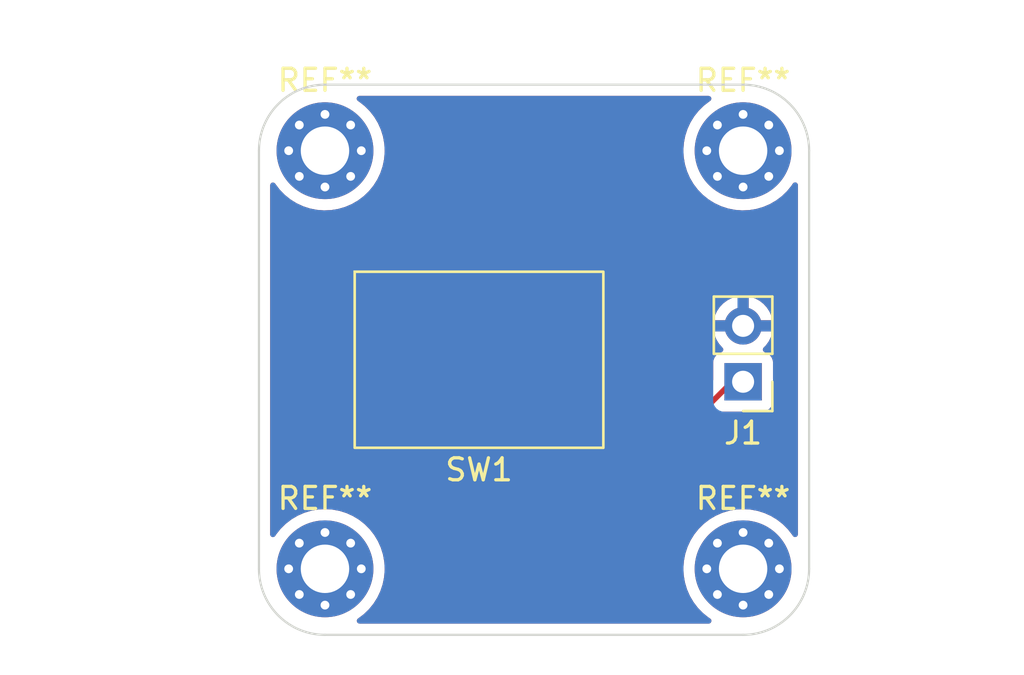
<source format=kicad_pcb>
(kicad_pcb (version 20211014) (generator pcbnew)
  (layers (0 "F.Cu" signal) (31 "B.Cu" signal) (34 "B.Paste" user) (35 "F.Paste" user) (36 "B.SilkS" user "B.Silkscreen") (37 "F.SilkS" user "F.Silkscreen") (38 "B.Mask" user) (39 "F.Mask" user) (44 "Edge.Cuts" user))
  (net 0 "")
  (net 1 "/SIGNAL")
  (net 2 "/GND")
  (footprint "MountingHole:MountingHole_2.2mm_M2_Pad_Via" (layer "F.Cu") (at 147 51)
    (fp_text reference "REF**" (at 0 -3.2) (layer "F.SilkS"))
    (fp_text value "MountingHole_2.2mm_M2_Pad_Via")
    (pad "1" thru_hole circle (at -1.65 0) (size 0.7 0.7) (drill 0.4) (layers *.Cu *.Mask))
    (pad "1" thru_hole circle (at -1.166726 1.166726) (size 0.7 0.7) (drill 0.4) (layers *.Cu *.Mask))
    (pad "1" thru_hole circle (at 1.65 0) (size 0.7 0.7) (drill 0.4) (layers *.Cu *.Mask))
    (pad "1" thru_hole circle (at 1.166726 1.166726) (size 0.7 0.7) (drill 0.4) (layers *.Cu *.Mask))
    (pad "1" thru_hole circle (at 0 1.65) (size 0.7 0.7) (drill 0.4) (layers *.Cu *.Mask))
    (pad "1" thru_hole circle (at 0 -1.65) (size 0.7 0.7) (drill 0.4) (layers *.Cu *.Mask))
    (pad "1" thru_hole circle (at 1.166726 -1.166726) (size 0.7 0.7) (drill 0.4) (layers *.Cu *.Mask))
    (pad "1" thru_hole circle (at -1.166726 -1.166726) (size 0.7 0.7) (drill 0.4) (layers *.Cu *.Mask))
    (pad "1" thru_hole circle (at 0 0) (size 4.4 4.4) (drill 2.2) (layers *.Cu *.Mask))
  )
  (footprint "Connector_PinHeader_2.54mm:PinHeader_1x02_P2.54mm_Vertical" (layer "F.Cu") (at 147 61.5 180)
    (fp_text reference "J1" (at 0 -2.33) (layer "F.SilkS"))
    (fp_text value "Conn_01x02")
    (fp_line (start -1.33 3.87) (end 1.33 3.87) (layer "F.SilkS") (width 0.12))
    (fp_line (start -1.33 -1.33) (end 0 -1.33) (layer "F.SilkS") (width 0.12))
    (fp_line (start -1.33 1.27) (end -1.33 3.87) (layer "F.SilkS") (width 0.12))
    (fp_line (start 1.33 1.27) (end 1.33 3.87) (layer "F.SilkS") (width 0.12))
    (fp_line (start -1.33 1.27) (end 1.33 1.27) (layer "F.SilkS") (width 0.12))
    (fp_line (start -1.33 0) (end -1.33 -1.33) (layer "F.SilkS") (width 0.12))
    (pad "1" thru_hole rect (at 0 0 180) (size 1.7 1.7) (drill 1) (layers *.Cu *.Mask) (net 1 "/SIGNAL"))
    (pad "2" thru_hole oval (at 0 2.54 180) (size 1.7 1.7) (drill 1) (layers *.Cu *.Mask) (net 2 "/GND"))
  )
  (footprint "MountingHole:MountingHole_2.2mm_M2_Pad_Via" (layer "F.Cu") (at 128 51)
    (fp_text reference "REF**" (at 0 -3.2) (layer "F.SilkS"))
    (fp_text value "MountingHole_2.2mm_M2_Pad_Via")
    (pad "1" thru_hole circle (at 0 1.65) (size 0.7 0.7) (drill 0.4) (layers *.Cu *.Mask))
    (pad "1" thru_hole circle (at 1.166726 -1.166726) (size 0.7 0.7) (drill 0.4) (layers *.Cu *.Mask))
    (pad "1" thru_hole circle (at -1.65 0) (size 0.7 0.7) (drill 0.4) (layers *.Cu *.Mask))
    (pad "1" thru_hole circle (at 0 0) (size 4.4 4.4) (drill 2.2) (layers *.Cu *.Mask))
    (pad "1" thru_hole circle (at 0 -1.65) (size 0.7 0.7) (drill 0.4) (layers *.Cu *.Mask))
    (pad "1" thru_hole circle (at 1.65 0) (size 0.7 0.7) (drill 0.4) (layers *.Cu *.Mask))
    (pad "1" thru_hole circle (at 1.166726 1.166726) (size 0.7 0.7) (drill 0.4) (layers *.Cu *.Mask))
    (pad "1" thru_hole circle (at -1.166726 1.166726) (size 0.7 0.7) (drill 0.4) (layers *.Cu *.Mask))
    (pad "1" thru_hole circle (at -1.166726 -1.166726) (size 0.7 0.7) (drill 0.4) (layers *.Cu *.Mask))
  )
  (footprint "MountingHole:MountingHole_2.2mm_M2_Pad_Via" (layer "F.Cu") (at 128 70)
    (fp_text reference "REF**" (at 0 -3.2) (layer "F.SilkS"))
    (fp_text value "MountingHole_2.2mm_M2_Pad_Via")
    (pad "1" thru_hole circle (at -1.65 0) (size 0.7 0.7) (drill 0.4) (layers *.Cu *.Mask))
    (pad "1" thru_hole circle (at -1.166726 1.166726) (size 0.7 0.7) (drill 0.4) (layers *.Cu *.Mask))
    (pad "1" thru_hole circle (at 1.65 0) (size 0.7 0.7) (drill 0.4) (layers *.Cu *.Mask))
    (pad "1" thru_hole circle (at 1.166726 1.166726) (size 0.7 0.7) (drill 0.4) (layers *.Cu *.Mask))
    (pad "1" thru_hole circle (at 0 1.65) (size 0.7 0.7) (drill 0.4) (layers *.Cu *.Mask))
    (pad "1" thru_hole circle (at 0 -1.65) (size 0.7 0.7) (drill 0.4) (layers *.Cu *.Mask))
    (pad "1" thru_hole circle (at 1.166726 -1.166726) (size 0.7 0.7) (drill 0.4) (layers *.Cu *.Mask))
    (pad "1" thru_hole circle (at -1.166726 -1.166726) (size 0.7 0.7) (drill 0.4) (layers *.Cu *.Mask))
    (pad "1" thru_hole circle (at 0 0) (size 4.4 4.4) (drill 2.2) (layers *.Cu *.Mask))
  )
  (footprint "MountingHole:MountingHole_2.2mm_M2_Pad_Via" (layer "F.Cu") (at 147 70)
    (fp_text reference "REF**" (at 0 -3.2) (layer "F.SilkS"))
    (fp_text value "MountingHole_2.2mm_M2_Pad_Via")
    (pad "1" thru_hole circle (at -1.65 0) (size 0.7 0.7) (drill 0.4) (layers *.Cu *.Mask))
    (pad "1" thru_hole circle (at -1.166726 1.166726) (size 0.7 0.7) (drill 0.4) (layers *.Cu *.Mask))
    (pad "1" thru_hole circle (at 1.65 0) (size 0.7 0.7) (drill 0.4) (layers *.Cu *.Mask))
    (pad "1" thru_hole circle (at 1.166726 1.166726) (size 0.7 0.7) (drill 0.4) (layers *.Cu *.Mask))
    (pad "1" thru_hole circle (at 0 1.65) (size 0.7 0.7) (drill 0.4) (layers *.Cu *.Mask))
    (pad "1" thru_hole circle (at 0 -1.65) (size 0.7 0.7) (drill 0.4) (layers *.Cu *.Mask))
    (pad "1" thru_hole circle (at 1.166726 -1.166726) (size 0.7 0.7) (drill 0.4) (layers *.Cu *.Mask))
    (pad "1" thru_hole circle (at -1.166726 -1.166726) (size 0.7 0.7) (drill 0.4) (layers *.Cu *.Mask))
    (pad "1" thru_hole circle (at 0 0) (size 4.4 4.4) (drill 2.2) (layers *.Cu *.Mask))
  )
  (footprint "Design:Button" (layer "F.Cu") (at 135 60.5)
    (fp_text reference "SW1" (at 0 5 unlocked) (layer "F.SilkS"))
    (fp_text value "SW_Push")
    (fp_rect (start -5.65 -4) (end 5.65 4) (layer "F.SilkS") (width 0.12) (fill none))
    (pad "1" smd roundrect (at -7 -2.5) (size 3 1.6) (layers "F.Cu" "F.Paste" "F.Mask") (net 2 "/GND"))
    (pad "1" smd roundrect (at 7 -2.5) (size 3 1.6) (layers "F.Cu" "F.Paste" "F.Mask") (net 2 "/GND"))
    (pad "2" smd roundrect (at -7 2.5) (size 3 1.6) (layers "F.Cu" "F.Paste" "F.Mask") (net 1 "/SIGNAL"))
    (pad "2" smd roundrect (at 7 2.5) (size 3 1.6) (layers "F.Cu" "F.Paste" "F.Mask") (net 1 "/SIGNAL"))
  )
  (gr_arc (start 147 48) (mid 149.12132 48.87868) (end 150 51) (layer "Edge.Cuts") (width 0.1))
  (gr_line (start 128 73) (end 147 73) (layer "Edge.Cuts") (width 0.1))
  (gr_line (start 128 48) (end 147 48) (layer "Edge.Cuts") (width 0.1))
  (gr_line (start 150 51) (end 150 70) (layer "Edge.Cuts") (width 0.1))
  (gr_arc (start 125 51) (mid 125.87868 48.87868) (end 128 48) (layer "Edge.Cuts") (width 0.1))
  (gr_arc (start 150 70) (mid 149.12132 72.12132) (end 147 73) (layer "Edge.Cuts") (width 0.1))
  (gr_line (start 125 51) (end 125 70) (layer "Edge.Cuts") (width 0.1))
  (gr_arc (start 128 73) (mid 125.87868 72.12132) (end 125 70) (layer "Edge.Cuts") (width 0.1))
  (segment (start 146.5 61.5) (end 147 61.5) (width 0.25) (layer "F.Cu") (net 1))
  (segment (start 142 63) (end 145 63) (width 0.25) (layer "F.Cu") (net 1))
  (segment (start 128 63) (end 142 63) (width 0.25) (layer "F.Cu") (net 1))
  (segment (start 145 63) (end 146.5 61.5) (width 0.25) (layer "F.Cu") (net 1))
  (zone (net 2) (net_name "/GND") (layers F&B.Cu) (connect_pads (clearance 0.508)) (min_thickness 0.254) (fill yes (thermal_gap 0.508) (thermal_bridge_width 0.508))
    (polygon (pts (xy 150 73) (xy 125 73) (xy 125 48) (xy 150 48)))
  )
)
</source>
